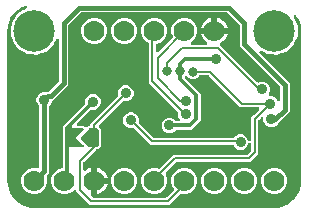
<source format=gbr>
G04 EAGLE Gerber RS-274X export*
G75*
%MOMM*%
%FSLAX34Y34*%
%LPD*%
%INBottom Copper*%
%IPPOS*%
%AMOC8*
5,1,8,0,0,1.08239X$1,22.5*%
G01*
%ADD10C,3.516000*%
%ADD11C,0.381000*%
%ADD12C,1.778000*%
%ADD13C,0.906400*%
%ADD14C,0.203200*%
%ADD15C,0.806400*%
%ADD16C,0.304800*%
%ADD17C,0.406400*%

G36*
X228622Y2543D02*
X228622Y2543D01*
X228700Y2545D01*
X232077Y2810D01*
X232145Y2824D01*
X232214Y2829D01*
X232370Y2869D01*
X238794Y4956D01*
X238901Y5006D01*
X239012Y5050D01*
X239063Y5083D01*
X239082Y5091D01*
X239097Y5104D01*
X239148Y5136D01*
X244612Y9107D01*
X244699Y9188D01*
X244746Y9227D01*
X244752Y9231D01*
X244753Y9232D01*
X244791Y9264D01*
X244829Y9310D01*
X244844Y9324D01*
X244855Y9342D01*
X244893Y9388D01*
X248864Y14852D01*
X248921Y14956D01*
X248985Y15056D01*
X249007Y15113D01*
X249017Y15131D01*
X249022Y15151D01*
X249044Y15206D01*
X251131Y21630D01*
X251144Y21698D01*
X251167Y21764D01*
X251190Y21923D01*
X251455Y25300D01*
X251455Y25304D01*
X251456Y25307D01*
X251455Y25326D01*
X251459Y25400D01*
X251459Y152400D01*
X251457Y152422D01*
X251455Y152500D01*
X251190Y155877D01*
X251176Y155945D01*
X251171Y156014D01*
X251131Y156170D01*
X249044Y162594D01*
X248993Y162701D01*
X248950Y162812D01*
X248917Y162863D01*
X248909Y162882D01*
X248896Y162897D01*
X248864Y162948D01*
X247171Y165278D01*
X247153Y165297D01*
X247139Y165320D01*
X247044Y165413D01*
X246953Y165509D01*
X246931Y165524D01*
X246912Y165542D01*
X246797Y165609D01*
X246685Y165680D01*
X246659Y165688D01*
X246636Y165701D01*
X246508Y165737D01*
X246382Y165778D01*
X246356Y165780D01*
X246330Y165787D01*
X246197Y165790D01*
X246065Y165798D01*
X246039Y165793D01*
X246012Y165794D01*
X245883Y165764D01*
X245753Y165739D01*
X245728Y165727D01*
X245703Y165721D01*
X245585Y165660D01*
X245465Y165604D01*
X245444Y165587D01*
X245421Y165574D01*
X245322Y165485D01*
X245220Y165401D01*
X245204Y165380D01*
X245184Y165362D01*
X245110Y165251D01*
X245032Y165144D01*
X245023Y165119D01*
X245008Y165097D01*
X244964Y164972D01*
X244915Y164848D01*
X244912Y164822D01*
X244903Y164797D01*
X244892Y164665D01*
X244875Y164533D01*
X244878Y164506D01*
X244876Y164480D01*
X244898Y164349D01*
X244914Y164217D01*
X244924Y164192D01*
X244929Y164166D01*
X244985Y164015D01*
X245100Y163756D01*
X245179Y163626D01*
X245450Y162971D01*
X245455Y162962D01*
X245463Y162941D01*
X248292Y156586D01*
X248292Y148214D01*
X245463Y141859D01*
X245460Y141849D01*
X245450Y141829D01*
X245194Y141211D01*
X245175Y141187D01*
X245170Y141179D01*
X245168Y141175D01*
X245163Y141164D01*
X245100Y141044D01*
X244887Y140566D01*
X241053Y137114D01*
X241041Y137100D01*
X241005Y137068D01*
X239710Y135773D01*
X239641Y135745D01*
X239524Y135678D01*
X239404Y135615D01*
X239377Y135594D01*
X239365Y135587D01*
X239350Y135572D01*
X239278Y135515D01*
X238666Y134965D01*
X234502Y133612D01*
X234483Y133603D01*
X234409Y133577D01*
X232501Y132787D01*
X232165Y132787D01*
X232047Y132772D01*
X231929Y132765D01*
X231870Y132750D01*
X231850Y132747D01*
X231831Y132740D01*
X231773Y132725D01*
X230704Y132378D01*
X226876Y132780D01*
X226858Y132780D01*
X226743Y132787D01*
X224699Y132787D01*
X224151Y133014D01*
X224052Y133041D01*
X223957Y133077D01*
X223865Y133092D01*
X223844Y133098D01*
X223831Y133098D01*
X223798Y133104D01*
X222379Y133253D01*
X219415Y134964D01*
X219413Y134965D01*
X219410Y134967D01*
X219266Y135038D01*
X217675Y135697D01*
X217608Y135715D01*
X217544Y135743D01*
X217455Y135757D01*
X217368Y135780D01*
X217299Y135782D01*
X217230Y135793D01*
X217140Y135784D01*
X217050Y135786D01*
X216983Y135769D01*
X216913Y135763D01*
X216829Y135732D01*
X216741Y135711D01*
X216680Y135679D01*
X216614Y135655D01*
X216539Y135605D01*
X216460Y135563D01*
X216409Y135516D01*
X216351Y135477D01*
X216291Y135409D01*
X216225Y135349D01*
X216186Y135290D01*
X216140Y135238D01*
X216099Y135158D01*
X216050Y135083D01*
X216027Y135017D01*
X215996Y134955D01*
X215976Y134867D01*
X215947Y134782D01*
X215941Y134713D01*
X215926Y134645D01*
X215929Y134555D01*
X215922Y134465D01*
X215933Y134396D01*
X215936Y134327D01*
X215961Y134240D01*
X215976Y134152D01*
X216005Y134088D01*
X216024Y134021D01*
X216070Y133944D01*
X216107Y133862D01*
X216150Y133807D01*
X216186Y133747D01*
X216292Y133626D01*
X238802Y111116D01*
X241555Y108364D01*
X241555Y84041D01*
X231842Y74329D01*
X231836Y74321D01*
X231829Y74315D01*
X231739Y74196D01*
X231647Y74077D01*
X231643Y74069D01*
X231638Y74061D01*
X231567Y73917D01*
X231498Y73751D01*
X229652Y71905D01*
X227239Y70905D01*
X224627Y70905D01*
X222214Y71905D01*
X220368Y73751D01*
X219368Y76164D01*
X219368Y78007D01*
X219351Y78145D01*
X219338Y78284D01*
X219331Y78303D01*
X219328Y78323D01*
X219277Y78452D01*
X219230Y78583D01*
X219219Y78600D01*
X219211Y78619D01*
X219130Y78731D01*
X219052Y78846D01*
X219036Y78860D01*
X219025Y78876D01*
X218917Y78965D01*
X218813Y79057D01*
X218795Y79066D01*
X218780Y79079D01*
X218654Y79138D01*
X218530Y79201D01*
X218510Y79206D01*
X218492Y79214D01*
X218355Y79240D01*
X218220Y79271D01*
X218199Y79270D01*
X218180Y79274D01*
X218041Y79266D01*
X217902Y79261D01*
X217882Y79256D01*
X217862Y79254D01*
X217730Y79212D01*
X217596Y79173D01*
X217579Y79163D01*
X217560Y79156D01*
X217442Y79082D01*
X217322Y79011D01*
X217301Y78993D01*
X217291Y78986D01*
X217277Y78971D01*
X217202Y78905D01*
X215510Y77214D01*
X215450Y77136D01*
X215382Y77064D01*
X215353Y77011D01*
X215316Y76963D01*
X215276Y76872D01*
X215228Y76785D01*
X215213Y76726D01*
X215189Y76671D01*
X215174Y76573D01*
X215149Y76477D01*
X215143Y76377D01*
X215139Y76357D01*
X215141Y76344D01*
X215139Y76316D01*
X215139Y48267D01*
X210430Y43559D01*
X208273Y41401D01*
X146569Y41401D01*
X146470Y41389D01*
X146371Y41386D01*
X146313Y41369D01*
X146253Y41361D01*
X146161Y41325D01*
X146066Y41297D01*
X146014Y41267D01*
X145957Y41244D01*
X145877Y41186D01*
X145792Y41136D01*
X145717Y41070D01*
X145700Y41058D01*
X145692Y41048D01*
X145671Y41030D01*
X136850Y32209D01*
X136832Y32186D01*
X136810Y32166D01*
X136735Y32060D01*
X136655Y31958D01*
X136644Y31931D01*
X136627Y31906D01*
X136581Y31785D01*
X136529Y31666D01*
X136525Y31637D01*
X136514Y31609D01*
X136500Y31480D01*
X136479Y31352D01*
X136482Y31322D01*
X136479Y31293D01*
X136497Y31164D01*
X136509Y31035D01*
X136519Y31007D01*
X136523Y30978D01*
X136575Y30826D01*
X137923Y27573D01*
X137923Y23227D01*
X136260Y19213D01*
X133187Y16140D01*
X129173Y14477D01*
X124827Y14477D01*
X120813Y16140D01*
X117740Y19213D01*
X116077Y23227D01*
X116077Y27573D01*
X117740Y31587D01*
X120813Y34660D01*
X124827Y36323D01*
X129173Y36323D01*
X130630Y35719D01*
X130658Y35711D01*
X130684Y35698D01*
X130811Y35670D01*
X130936Y35635D01*
X130966Y35635D01*
X130995Y35628D01*
X131124Y35632D01*
X131254Y35630D01*
X131283Y35637D01*
X131313Y35638D01*
X131437Y35674D01*
X131564Y35704D01*
X131590Y35718D01*
X131618Y35726D01*
X131730Y35792D01*
X131845Y35853D01*
X131867Y35873D01*
X131892Y35888D01*
X132013Y35994D01*
X141360Y45341D01*
X143517Y47499D01*
X205221Y47499D01*
X205320Y47511D01*
X205419Y47514D01*
X205477Y47531D01*
X205537Y47539D01*
X205629Y47575D01*
X205724Y47603D01*
X205776Y47633D01*
X205833Y47656D01*
X205913Y47714D01*
X205998Y47764D01*
X206073Y47830D01*
X206090Y47842D01*
X206098Y47852D01*
X206119Y47870D01*
X208670Y50421D01*
X208730Y50499D01*
X208798Y50571D01*
X208827Y50624D01*
X208864Y50672D01*
X208904Y50763D01*
X208952Y50850D01*
X208967Y50909D01*
X208991Y50964D01*
X209006Y51062D01*
X209031Y51158D01*
X209037Y51258D01*
X209041Y51278D01*
X209039Y51291D01*
X209041Y51319D01*
X209041Y56525D01*
X209033Y56594D01*
X209034Y56664D01*
X209013Y56751D01*
X209001Y56840D01*
X208976Y56905D01*
X208959Y56973D01*
X208917Y57053D01*
X208884Y57136D01*
X208843Y57192D01*
X208811Y57254D01*
X208750Y57321D01*
X208698Y57393D01*
X208644Y57438D01*
X208597Y57490D01*
X208522Y57539D01*
X208453Y57596D01*
X208389Y57626D01*
X208331Y57664D01*
X208246Y57693D01*
X208165Y57732D01*
X208096Y57745D01*
X208030Y57767D01*
X207941Y57775D01*
X207853Y57791D01*
X207783Y57787D01*
X207713Y57793D01*
X207625Y57777D01*
X207535Y57772D01*
X207469Y57750D01*
X207400Y57738D01*
X207318Y57701D01*
X207233Y57674D01*
X207174Y57636D01*
X207110Y57608D01*
X207040Y57552D01*
X206964Y57504D01*
X206916Y57453D01*
X206862Y57409D01*
X206807Y57337D01*
X206746Y57272D01*
X206712Y57211D01*
X206670Y57155D01*
X206599Y57011D01*
X205590Y54574D01*
X203744Y52728D01*
X201331Y51728D01*
X198719Y51728D01*
X196306Y52728D01*
X194460Y54574D01*
X194244Y55096D01*
X194235Y55110D01*
X194232Y55119D01*
X194227Y55128D01*
X194220Y55149D01*
X194151Y55259D01*
X194086Y55372D01*
X194066Y55393D01*
X194050Y55418D01*
X193955Y55507D01*
X193865Y55600D01*
X193840Y55616D01*
X193818Y55636D01*
X193704Y55699D01*
X193594Y55767D01*
X193566Y55775D01*
X193540Y55790D01*
X193414Y55822D01*
X193290Y55860D01*
X193260Y55862D01*
X193232Y55869D01*
X193071Y55879D01*
X123851Y55879D01*
X121694Y58037D01*
X109763Y69967D01*
X109740Y69985D01*
X109721Y70008D01*
X109615Y70082D01*
X109512Y70162D01*
X109485Y70174D01*
X109461Y70191D01*
X109340Y70237D01*
X109220Y70288D01*
X109191Y70293D01*
X109163Y70303D01*
X109035Y70318D01*
X108906Y70338D01*
X108877Y70335D01*
X108847Y70339D01*
X108719Y70321D01*
X108590Y70308D01*
X108562Y70298D01*
X108532Y70294D01*
X108518Y70289D01*
X105882Y70289D01*
X103469Y71289D01*
X101623Y73135D01*
X100623Y75548D01*
X100623Y78160D01*
X101623Y80573D01*
X103469Y82419D01*
X105882Y83419D01*
X108494Y83419D01*
X110907Y82419D01*
X112753Y80573D01*
X113753Y78160D01*
X113753Y75492D01*
X113750Y75481D01*
X113716Y75355D01*
X113715Y75326D01*
X113709Y75297D01*
X113713Y75167D01*
X113711Y75037D01*
X113718Y75009D01*
X113719Y74979D01*
X113755Y74854D01*
X113785Y74728D01*
X113799Y74702D01*
X113807Y74673D01*
X113873Y74562D01*
X113934Y74447D01*
X113954Y74425D01*
X113969Y74399D01*
X114075Y74279D01*
X126005Y62348D01*
X126083Y62288D01*
X126155Y62220D01*
X126208Y62191D01*
X126256Y62154D01*
X126347Y62114D01*
X126434Y62066D01*
X126493Y62051D01*
X126548Y62027D01*
X126646Y62012D01*
X126742Y61987D01*
X126842Y61981D01*
X126862Y61977D01*
X126875Y61979D01*
X126903Y61977D01*
X193899Y61977D01*
X193997Y61989D01*
X194096Y61992D01*
X194154Y62009D01*
X194215Y62017D01*
X194307Y62053D01*
X194402Y62081D01*
X194454Y62111D01*
X194510Y62134D01*
X194590Y62192D01*
X194676Y62242D01*
X194751Y62308D01*
X194768Y62320D01*
X194775Y62330D01*
X194797Y62348D01*
X196306Y63858D01*
X198719Y64858D01*
X201331Y64858D01*
X203744Y63858D01*
X205590Y62012D01*
X206599Y59575D01*
X206634Y59515D01*
X206660Y59450D01*
X206712Y59377D01*
X206757Y59299D01*
X206805Y59249D01*
X206846Y59193D01*
X206916Y59135D01*
X206978Y59071D01*
X207038Y59034D01*
X207091Y58990D01*
X207173Y58952D01*
X207249Y58905D01*
X207316Y58884D01*
X207379Y58854D01*
X207467Y58837D01*
X207553Y58811D01*
X207623Y58808D01*
X207692Y58795D01*
X207781Y58800D01*
X207871Y58796D01*
X207939Y58810D01*
X208009Y58814D01*
X208094Y58842D01*
X208182Y58860D01*
X208245Y58891D01*
X208311Y58912D01*
X208387Y58960D01*
X208468Y59000D01*
X208521Y59045D01*
X208580Y59082D01*
X208642Y59148D01*
X208710Y59206D01*
X208750Y59263D01*
X208798Y59314D01*
X208841Y59393D01*
X208893Y59466D01*
X208918Y59532D01*
X208952Y59593D01*
X208974Y59679D01*
X209006Y59764D01*
X209014Y59833D01*
X209031Y59901D01*
X209041Y60061D01*
X209041Y79368D01*
X211199Y81525D01*
X215390Y85717D01*
X215475Y85826D01*
X215564Y85933D01*
X215572Y85952D01*
X215585Y85968D01*
X215640Y86096D01*
X215699Y86221D01*
X215703Y86241D01*
X215711Y86260D01*
X215733Y86398D01*
X215759Y86534D01*
X215758Y86554D01*
X215761Y86574D01*
X215748Y86713D01*
X215739Y86851D01*
X215733Y86870D01*
X215731Y86890D01*
X215684Y87022D01*
X215641Y87153D01*
X215631Y87171D01*
X215624Y87190D01*
X215546Y87305D01*
X215471Y87422D01*
X215456Y87436D01*
X215445Y87453D01*
X215341Y87545D01*
X215240Y87640D01*
X215222Y87650D01*
X215207Y87663D01*
X215083Y87727D01*
X214961Y87794D01*
X214942Y87799D01*
X214923Y87808D01*
X214788Y87838D01*
X214653Y87873D01*
X214625Y87875D01*
X214613Y87878D01*
X214593Y87877D01*
X214492Y87883D01*
X199905Y87883D01*
X173190Y114598D01*
X173112Y114659D01*
X173040Y114727D01*
X172987Y114756D01*
X172939Y114793D01*
X172848Y114832D01*
X172761Y114880D01*
X172703Y114895D01*
X172647Y114919D01*
X172549Y114935D01*
X172453Y114960D01*
X172353Y114966D01*
X172333Y114969D01*
X172321Y114968D01*
X172293Y114970D01*
X165774Y114970D01*
X165676Y114957D01*
X165577Y114954D01*
X165518Y114938D01*
X165458Y114930D01*
X165366Y114894D01*
X165271Y114866D01*
X165219Y114835D01*
X165163Y114813D01*
X165083Y114755D01*
X164997Y114705D01*
X164922Y114638D01*
X164905Y114626D01*
X164898Y114617D01*
X164876Y114598D01*
X163155Y112877D01*
X160926Y111954D01*
X158514Y111954D01*
X156285Y112877D01*
X155053Y114109D01*
X154959Y114182D01*
X154870Y114261D01*
X154833Y114279D01*
X154801Y114304D01*
X154692Y114351D01*
X154586Y114406D01*
X154547Y114414D01*
X154509Y114431D01*
X154392Y114449D01*
X154276Y114475D01*
X154235Y114474D01*
X154195Y114480D01*
X154077Y114469D01*
X153958Y114466D01*
X153919Y114454D01*
X153879Y114451D01*
X153767Y114410D01*
X153653Y114377D01*
X153618Y114357D01*
X153579Y114343D01*
X153481Y114276D01*
X153379Y114216D01*
X153333Y114176D01*
X153316Y114164D01*
X153303Y114149D01*
X153258Y114110D01*
X153208Y114059D01*
X153134Y113965D01*
X153056Y113876D01*
X153037Y113840D01*
X153013Y113808D01*
X152965Y113699D01*
X152911Y113593D01*
X152902Y113553D01*
X152886Y113516D01*
X152867Y113399D01*
X152841Y113282D01*
X152842Y113242D01*
X152836Y113202D01*
X152847Y113084D01*
X152851Y112964D01*
X152862Y112926D01*
X152866Y112886D01*
X152906Y112773D01*
X152939Y112659D01*
X152960Y112624D01*
X152973Y112586D01*
X153040Y112488D01*
X153101Y112385D01*
X153140Y112340D01*
X153152Y112323D01*
X153167Y112310D01*
X153207Y112264D01*
X166117Y99355D01*
X166117Y76632D01*
X158318Y68833D01*
X145953Y68833D01*
X145855Y68821D01*
X145756Y68818D01*
X145698Y68801D01*
X145637Y68793D01*
X145545Y68757D01*
X145450Y68729D01*
X145398Y68699D01*
X145342Y68676D01*
X145262Y68618D01*
X145176Y68568D01*
X145101Y68502D01*
X145084Y68490D01*
X145077Y68480D01*
X145055Y68462D01*
X143419Y66825D01*
X141006Y65825D01*
X138394Y65825D01*
X135981Y66825D01*
X134135Y68671D01*
X133135Y71084D01*
X133135Y73696D01*
X134135Y76109D01*
X135981Y77955D01*
X138394Y78955D01*
X141006Y78955D01*
X143419Y77955D01*
X145055Y76318D01*
X145134Y76258D01*
X145206Y76190D01*
X145259Y76161D01*
X145307Y76124D01*
X145398Y76084D01*
X145484Y76036D01*
X145543Y76021D01*
X145599Y75997D01*
X145697Y75982D01*
X145792Y75957D01*
X145892Y75951D01*
X145913Y75947D01*
X145925Y75949D01*
X145953Y75947D01*
X147244Y75947D01*
X147382Y75964D01*
X147521Y75977D01*
X147540Y75984D01*
X147560Y75987D01*
X147689Y76038D01*
X147820Y76085D01*
X147837Y76096D01*
X147855Y76104D01*
X147968Y76185D01*
X148083Y76263D01*
X148096Y76279D01*
X148113Y76290D01*
X148202Y76398D01*
X148293Y76502D01*
X148303Y76520D01*
X148315Y76535D01*
X148375Y76661D01*
X148438Y76785D01*
X148442Y76805D01*
X148451Y76823D01*
X148477Y76959D01*
X148508Y77095D01*
X148507Y77116D01*
X148511Y77135D01*
X148502Y77274D01*
X148498Y77413D01*
X148492Y77433D01*
X148491Y77453D01*
X148448Y77585D01*
X148409Y77719D01*
X148399Y77736D01*
X148393Y77755D01*
X148319Y77873D01*
X148248Y77993D01*
X148229Y78014D01*
X148223Y78024D01*
X148208Y78038D01*
X148190Y78058D01*
X147186Y80482D01*
X147186Y82728D01*
X147174Y82826D01*
X147171Y82925D01*
X147154Y82984D01*
X147146Y83044D01*
X147110Y83136D01*
X147082Y83231D01*
X147052Y83283D01*
X147029Y83339D01*
X146971Y83419D01*
X146921Y83505D01*
X146855Y83580D01*
X146843Y83597D01*
X146833Y83605D01*
X146815Y83626D01*
X122046Y108394D01*
X122046Y141781D01*
X122043Y141810D01*
X122045Y141840D01*
X122023Y141968D01*
X122006Y142097D01*
X121996Y142124D01*
X121991Y142153D01*
X121937Y142272D01*
X121889Y142392D01*
X121872Y142416D01*
X121860Y142443D01*
X121779Y142544D01*
X121703Y142650D01*
X121680Y142669D01*
X121661Y142692D01*
X121558Y142770D01*
X121458Y142853D01*
X121431Y142865D01*
X121407Y142883D01*
X121263Y142954D01*
X120813Y143140D01*
X117740Y146213D01*
X116077Y150227D01*
X116077Y154573D01*
X117740Y158587D01*
X120813Y161660D01*
X124827Y163323D01*
X129173Y163323D01*
X133187Y161660D01*
X136260Y158587D01*
X137923Y154573D01*
X137923Y150227D01*
X136260Y146213D01*
X133187Y143140D01*
X128939Y141381D01*
X128930Y141375D01*
X128874Y141357D01*
X128839Y141335D01*
X128802Y141320D01*
X128706Y141251D01*
X128605Y141187D01*
X128577Y141157D01*
X128544Y141134D01*
X128468Y141042D01*
X128387Y140955D01*
X128367Y140920D01*
X128342Y140889D01*
X128291Y140781D01*
X128233Y140677D01*
X128223Y140637D01*
X128206Y140601D01*
X128184Y140484D01*
X128154Y140369D01*
X128150Y140309D01*
X128146Y140289D01*
X128148Y140268D01*
X128144Y140208D01*
X128144Y135520D01*
X128161Y135382D01*
X128174Y135243D01*
X128181Y135224D01*
X128184Y135204D01*
X128235Y135075D01*
X128282Y134944D01*
X128293Y134927D01*
X128301Y134908D01*
X128382Y134796D01*
X128460Y134681D01*
X128476Y134667D01*
X128487Y134651D01*
X128595Y134562D01*
X128699Y134470D01*
X128717Y134461D01*
X128732Y134448D01*
X128858Y134389D01*
X128982Y134326D01*
X129002Y134321D01*
X129020Y134313D01*
X129156Y134287D01*
X129292Y134256D01*
X129313Y134257D01*
X129332Y134253D01*
X129471Y134261D01*
X129610Y134266D01*
X129630Y134271D01*
X129650Y134273D01*
X129782Y134315D01*
X129916Y134354D01*
X129933Y134364D01*
X129952Y134371D01*
X130070Y134445D01*
X130190Y134516D01*
X130211Y134534D01*
X130221Y134541D01*
X130235Y134556D01*
X130310Y134622D01*
X142178Y146489D01*
X142196Y146513D01*
X142218Y146532D01*
X142293Y146638D01*
X142373Y146740D01*
X142384Y146768D01*
X142401Y146792D01*
X142447Y146913D01*
X142499Y147032D01*
X142504Y147061D01*
X142514Y147089D01*
X142528Y147218D01*
X142549Y147346D01*
X142546Y147376D01*
X142549Y147405D01*
X142531Y147534D01*
X142519Y147663D01*
X142509Y147691D01*
X142505Y147720D01*
X142453Y147872D01*
X141477Y150227D01*
X141477Y154573D01*
X143140Y158587D01*
X146213Y161660D01*
X150227Y163323D01*
X154573Y163323D01*
X158587Y161660D01*
X161660Y158587D01*
X163323Y154573D01*
X163323Y150227D01*
X161660Y146213D01*
X158587Y143140D01*
X158411Y143067D01*
X158351Y143033D01*
X158286Y143007D01*
X158213Y142954D01*
X158135Y142910D01*
X158085Y142861D01*
X158028Y142820D01*
X157971Y142751D01*
X157907Y142688D01*
X157870Y142629D01*
X157825Y142575D01*
X157787Y142494D01*
X157740Y142417D01*
X157720Y142351D01*
X157690Y142287D01*
X157673Y142199D01*
X157647Y142113D01*
X157643Y142044D01*
X157630Y141975D01*
X157636Y141886D01*
X157631Y141796D01*
X157646Y141727D01*
X157650Y141658D01*
X157678Y141572D01*
X157696Y141484D01*
X157726Y141422D01*
X157748Y141355D01*
X157796Y141279D01*
X157835Y141199D01*
X157881Y141146D01*
X157918Y141086D01*
X157984Y141025D01*
X158042Y140957D01*
X158099Y140916D01*
X158150Y140869D01*
X158228Y140825D01*
X158302Y140773D01*
X158367Y140749D01*
X158428Y140715D01*
X158515Y140693D01*
X158599Y140661D01*
X158669Y140653D01*
X158736Y140636D01*
X158897Y140625D01*
X170653Y140625D01*
X170732Y140635D01*
X170812Y140635D01*
X170889Y140655D01*
X170968Y140665D01*
X171043Y140695D01*
X171120Y140714D01*
X171190Y140753D01*
X171264Y140782D01*
X171329Y140829D01*
X171398Y140867D01*
X171457Y140922D01*
X171521Y140969D01*
X171572Y141030D01*
X171630Y141085D01*
X171673Y141152D01*
X171724Y141214D01*
X171758Y141286D01*
X171801Y141353D01*
X171826Y141430D01*
X171860Y141502D01*
X171875Y141580D01*
X171899Y141656D01*
X171905Y141736D01*
X171920Y141814D01*
X171915Y141894D01*
X171920Y141973D01*
X171905Y142052D01*
X171900Y142132D01*
X171875Y142207D01*
X171860Y142286D01*
X171827Y142358D01*
X171802Y142434D01*
X171759Y142501D01*
X171725Y142573D01*
X171675Y142635D01*
X171632Y142703D01*
X171574Y142757D01*
X171523Y142819D01*
X171401Y142920D01*
X171400Y142921D01*
X171399Y142921D01*
X170353Y143681D01*
X169081Y144953D01*
X168023Y146409D01*
X167207Y148012D01*
X166651Y149723D01*
X166623Y149901D01*
X176570Y149901D01*
X176688Y149916D01*
X176807Y149923D01*
X176845Y149935D01*
X176885Y149941D01*
X176996Y149984D01*
X177109Y150021D01*
X177143Y150043D01*
X177181Y150058D01*
X177277Y150127D01*
X177378Y150191D01*
X177406Y150221D01*
X177438Y150244D01*
X177514Y150336D01*
X177596Y150423D01*
X177615Y150458D01*
X177641Y150489D01*
X177692Y150597D01*
X177749Y150701D01*
X177759Y150741D01*
X177777Y150777D01*
X177797Y150884D01*
X177801Y150854D01*
X177845Y150744D01*
X177881Y150631D01*
X177903Y150596D01*
X177918Y150559D01*
X177988Y150462D01*
X178051Y150362D01*
X178081Y150334D01*
X178105Y150301D01*
X178196Y150225D01*
X178283Y150144D01*
X178318Y150124D01*
X178350Y150099D01*
X178457Y150048D01*
X178562Y149990D01*
X178601Y149980D01*
X178637Y149963D01*
X178754Y149941D01*
X178870Y149911D01*
X178930Y149907D01*
X178950Y149903D01*
X178970Y149905D01*
X179030Y149901D01*
X188977Y149901D01*
X188949Y149723D01*
X188393Y148012D01*
X187577Y146409D01*
X186519Y144953D01*
X185247Y143681D01*
X183791Y142624D01*
X183140Y142292D01*
X183002Y142198D01*
X182877Y142113D01*
X182776Y141999D01*
X182667Y141875D01*
X182666Y141875D01*
X182666Y141874D01*
X182603Y141751D01*
X182522Y141592D01*
X182522Y141591D01*
X182485Y141426D01*
X182452Y141281D01*
X182457Y141126D01*
X182462Y140964D01*
X182462Y140963D01*
X182507Y140808D01*
X182550Y140658D01*
X182551Y140658D01*
X182551Y140657D01*
X182630Y140524D01*
X182712Y140384D01*
X182713Y140383D01*
X182818Y140263D01*
X214069Y109013D01*
X214092Y108995D01*
X214111Y108972D01*
X214217Y108898D01*
X214320Y108818D01*
X214347Y108806D01*
X214371Y108789D01*
X214492Y108743D01*
X214612Y108692D01*
X214641Y108687D01*
X214668Y108677D01*
X214797Y108662D01*
X214926Y108642D01*
X214955Y108645D01*
X214985Y108641D01*
X215113Y108659D01*
X215242Y108672D01*
X215270Y108682D01*
X215299Y108686D01*
X215452Y108738D01*
X217134Y109435D01*
X219746Y109435D01*
X222159Y108435D01*
X224005Y106589D01*
X225005Y104176D01*
X225005Y101564D01*
X224047Y99252D01*
X224034Y99204D01*
X224013Y99159D01*
X223992Y99051D01*
X223963Y98945D01*
X223962Y98895D01*
X223953Y98846D01*
X223960Y98737D01*
X223958Y98627D01*
X223969Y98579D01*
X223973Y98529D01*
X224006Y98425D01*
X224032Y98318D01*
X224055Y98274D01*
X224071Y98227D01*
X224129Y98134D01*
X224181Y98037D01*
X224214Y98000D01*
X224241Y97958D01*
X224321Y97883D01*
X224395Y97801D01*
X224436Y97774D01*
X224472Y97740D01*
X224569Y97687D01*
X224660Y97627D01*
X224707Y97610D01*
X224751Y97586D01*
X224857Y97559D01*
X224961Y97523D01*
X225011Y97519D01*
X225059Y97507D01*
X225219Y97497D01*
X226223Y97497D01*
X228636Y96497D01*
X230482Y94651D01*
X230983Y93441D01*
X230998Y93415D01*
X231007Y93387D01*
X231029Y93353D01*
X231044Y93315D01*
X231096Y93243D01*
X231141Y93165D01*
X231162Y93143D01*
X231177Y93119D01*
X231207Y93091D01*
X231230Y93058D01*
X231300Y93001D01*
X231362Y92936D01*
X231388Y92921D01*
X231409Y92901D01*
X231444Y92881D01*
X231475Y92855D01*
X231557Y92817D01*
X231633Y92770D01*
X231662Y92761D01*
X231687Y92747D01*
X231726Y92737D01*
X231763Y92720D01*
X231851Y92703D01*
X231937Y92676D01*
X231967Y92675D01*
X231995Y92668D01*
X232054Y92664D01*
X232076Y92660D01*
X232097Y92661D01*
X232156Y92657D01*
X232204Y92664D01*
X232255Y92661D01*
X232323Y92675D01*
X232393Y92680D01*
X232432Y92692D01*
X232472Y92697D01*
X232517Y92715D01*
X232566Y92725D01*
X232629Y92756D01*
X232695Y92778D01*
X232730Y92800D01*
X232767Y92814D01*
X232807Y92843D01*
X232852Y92865D01*
X232905Y92910D01*
X232964Y92948D01*
X232992Y92978D01*
X233025Y93001D01*
X233056Y93039D01*
X233094Y93072D01*
X233134Y93129D01*
X233182Y93179D01*
X233202Y93215D01*
X233227Y93246D01*
X233248Y93291D01*
X233277Y93332D01*
X233302Y93397D01*
X233336Y93458D01*
X233346Y93498D01*
X233363Y93534D01*
X233372Y93582D01*
X233390Y93629D01*
X233398Y93698D01*
X233415Y93766D01*
X233419Y93826D01*
X233423Y93846D01*
X233421Y93866D01*
X233425Y93927D01*
X233425Y104471D01*
X233413Y104569D01*
X233410Y104668D01*
X233393Y104726D01*
X233385Y104786D01*
X233349Y104878D01*
X233321Y104973D01*
X233291Y105025D01*
X233268Y105082D01*
X233210Y105162D01*
X233160Y105247D01*
X233094Y105323D01*
X233082Y105339D01*
X233072Y105347D01*
X233054Y105368D01*
X199135Y139286D01*
X199135Y157176D01*
X199123Y157274D01*
X199120Y157373D01*
X199103Y157431D01*
X199095Y157491D01*
X199059Y157583D01*
X199031Y157678D01*
X199001Y157730D01*
X198978Y157787D01*
X198920Y157867D01*
X198870Y157952D01*
X198804Y158028D01*
X198792Y158044D01*
X198782Y158052D01*
X198764Y158073D01*
X189188Y167649D01*
X189110Y167709D01*
X189038Y167777D01*
X188985Y167806D01*
X188937Y167843D01*
X188846Y167883D01*
X188759Y167931D01*
X188701Y167946D01*
X188645Y167970D01*
X188547Y167985D01*
X188451Y168010D01*
X188351Y168016D01*
X188331Y168020D01*
X188319Y168018D01*
X188291Y168020D01*
X65074Y168020D01*
X64976Y168008D01*
X64877Y168005D01*
X64819Y167988D01*
X64759Y167980D01*
X64667Y167944D01*
X64572Y167916D01*
X64520Y167886D01*
X64463Y167863D01*
X64383Y167805D01*
X64298Y167755D01*
X64222Y167689D01*
X64206Y167677D01*
X64198Y167667D01*
X64177Y167649D01*
X54601Y158073D01*
X54541Y157995D01*
X54473Y157923D01*
X54444Y157870D01*
X54407Y157822D01*
X54367Y157731D01*
X54319Y157644D01*
X54304Y157586D01*
X54280Y157530D01*
X54265Y157432D01*
X54240Y157336D01*
X54234Y157236D01*
X54230Y157216D01*
X54232Y157204D01*
X54230Y157176D01*
X54230Y106298D01*
X40671Y92739D01*
X40644Y92727D01*
X40524Y92679D01*
X40500Y92662D01*
X40473Y92650D01*
X40372Y92569D01*
X40266Y92493D01*
X40248Y92470D01*
X40224Y92451D01*
X40146Y92348D01*
X40064Y92248D01*
X40051Y92221D01*
X40033Y92197D01*
X39962Y92053D01*
X39220Y90261D01*
X38091Y89133D01*
X38031Y89054D01*
X37963Y88982D01*
X37934Y88929D01*
X37897Y88881D01*
X37857Y88790D01*
X37809Y88704D01*
X37794Y88645D01*
X37770Y88589D01*
X37755Y88491D01*
X37730Y88396D01*
X37724Y88296D01*
X37720Y88275D01*
X37722Y88263D01*
X37720Y88235D01*
X37720Y31971D01*
X36043Y30295D01*
X36025Y30271D01*
X36003Y30252D01*
X35928Y30146D01*
X35848Y30044D01*
X35837Y30016D01*
X35820Y29992D01*
X35774Y29871D01*
X35722Y29752D01*
X35717Y29723D01*
X35707Y29695D01*
X35692Y29566D01*
X35672Y29438D01*
X35675Y29408D01*
X35672Y29379D01*
X35690Y29250D01*
X35702Y29121D01*
X35712Y29093D01*
X35716Y29064D01*
X35768Y28912D01*
X36323Y27573D01*
X36323Y23227D01*
X34660Y19213D01*
X31587Y16140D01*
X27573Y14477D01*
X23227Y14477D01*
X19213Y16140D01*
X16140Y19213D01*
X14477Y23227D01*
X14477Y27573D01*
X16140Y31587D01*
X19213Y34660D01*
X23227Y36323D01*
X27573Y36323D01*
X27835Y36214D01*
X27883Y36201D01*
X27928Y36180D01*
X28036Y36159D01*
X28142Y36130D01*
X28192Y36129D01*
X28241Y36120D01*
X28350Y36127D01*
X28460Y36125D01*
X28508Y36137D01*
X28558Y36140D01*
X28662Y36173D01*
X28769Y36199D01*
X28813Y36222D01*
X28860Y36238D01*
X28953Y36296D01*
X29050Y36348D01*
X29087Y36381D01*
X29129Y36408D01*
X29204Y36488D01*
X29286Y36562D01*
X29313Y36603D01*
X29347Y36639D01*
X29400Y36736D01*
X29460Y36827D01*
X29477Y36874D01*
X29501Y36918D01*
X29528Y37024D01*
X29564Y37128D01*
X29568Y37178D01*
X29580Y37226D01*
X29590Y37387D01*
X29590Y88235D01*
X29578Y88333D01*
X29575Y88432D01*
X29558Y88491D01*
X29550Y88551D01*
X29514Y88643D01*
X29486Y88738D01*
X29456Y88790D01*
X29433Y88846D01*
X29375Y88926D01*
X29325Y89012D01*
X29259Y89087D01*
X29247Y89104D01*
X29237Y89111D01*
X29219Y89133D01*
X28090Y90261D01*
X27090Y92674D01*
X27090Y95286D01*
X28090Y97699D01*
X29936Y99545D01*
X32349Y100545D01*
X33946Y100545D01*
X34044Y100557D01*
X34143Y100560D01*
X34201Y100577D01*
X34261Y100585D01*
X34353Y100621D01*
X34448Y100649D01*
X34500Y100679D01*
X34557Y100702D01*
X34637Y100760D01*
X34722Y100810D01*
X34798Y100876D01*
X34814Y100888D01*
X34822Y100898D01*
X34843Y100916D01*
X34892Y100966D01*
X36875Y100966D01*
X36973Y100978D01*
X37072Y100981D01*
X37131Y100998D01*
X37191Y101006D01*
X37283Y101042D01*
X37378Y101070D01*
X37430Y101100D01*
X37486Y101123D01*
X37566Y101181D01*
X37652Y101231D01*
X37727Y101297D01*
X37744Y101309D01*
X37751Y101319D01*
X37773Y101337D01*
X45729Y109293D01*
X45789Y109372D01*
X45857Y109444D01*
X45886Y109497D01*
X45923Y109545D01*
X45963Y109636D01*
X46011Y109722D01*
X46026Y109781D01*
X46050Y109836D01*
X46065Y109934D01*
X46090Y110030D01*
X46096Y110130D01*
X46100Y110151D01*
X46098Y110163D01*
X46100Y110191D01*
X46100Y144507D01*
X46094Y144559D01*
X46096Y144612D01*
X46074Y144716D01*
X46060Y144822D01*
X46041Y144872D01*
X46030Y144924D01*
X45983Y145019D01*
X45943Y145118D01*
X45912Y145161D01*
X45888Y145208D01*
X45819Y145289D01*
X45757Y145375D01*
X45715Y145409D01*
X45681Y145449D01*
X45594Y145510D01*
X45512Y145578D01*
X45463Y145601D01*
X45420Y145631D01*
X45320Y145668D01*
X45224Y145713D01*
X45172Y145723D01*
X45122Y145742D01*
X45016Y145753D01*
X44912Y145773D01*
X44858Y145770D01*
X44806Y145776D01*
X44700Y145760D01*
X44594Y145753D01*
X44544Y145737D01*
X44491Y145729D01*
X44393Y145688D01*
X44292Y145655D01*
X44247Y145627D01*
X44198Y145606D01*
X44113Y145542D01*
X44023Y145485D01*
X43986Y145447D01*
X43944Y145414D01*
X43878Y145331D01*
X43805Y145254D01*
X43779Y145207D01*
X43746Y145165D01*
X43671Y145023D01*
X42263Y141859D01*
X42260Y141849D01*
X42250Y141828D01*
X41994Y141211D01*
X41975Y141187D01*
X41970Y141179D01*
X41968Y141175D01*
X41963Y141165D01*
X41900Y141044D01*
X41687Y140566D01*
X37853Y137114D01*
X37841Y137100D01*
X37804Y137068D01*
X36510Y135773D01*
X36441Y135745D01*
X36324Y135678D01*
X36204Y135615D01*
X36177Y135594D01*
X36165Y135587D01*
X36149Y135572D01*
X36078Y135515D01*
X35466Y134965D01*
X31302Y133612D01*
X31283Y133603D01*
X31209Y133577D01*
X29301Y132787D01*
X28965Y132787D01*
X28848Y132772D01*
X28729Y132765D01*
X28670Y132750D01*
X28650Y132747D01*
X28631Y132740D01*
X28573Y132725D01*
X27504Y132378D01*
X23676Y132780D01*
X23658Y132780D01*
X23543Y132787D01*
X21499Y132787D01*
X20951Y133014D01*
X20853Y133041D01*
X20757Y133077D01*
X20665Y133092D01*
X20644Y133098D01*
X20631Y133098D01*
X20598Y133104D01*
X19179Y133253D01*
X16215Y134964D01*
X16212Y134965D01*
X16210Y134967D01*
X16066Y135038D01*
X14290Y135773D01*
X13693Y136370D01*
X13626Y136422D01*
X13565Y136483D01*
X13451Y136558D01*
X13442Y136565D01*
X13438Y136567D01*
X13431Y136572D01*
X11929Y137439D01*
X10139Y139903D01*
X10126Y139917D01*
X10116Y139933D01*
X10009Y140054D01*
X8773Y141290D01*
X8357Y142296D01*
X8322Y142356D01*
X8297Y142420D01*
X8211Y142556D01*
X7008Y144211D01*
X6447Y146850D01*
X6436Y146883D01*
X6431Y146919D01*
X6379Y147071D01*
X5787Y148499D01*
X5787Y149822D01*
X5781Y149874D01*
X5783Y149926D01*
X5760Y150086D01*
X5268Y152400D01*
X5760Y154714D01*
X5764Y154767D01*
X5777Y154818D01*
X5787Y154978D01*
X5787Y156301D01*
X6379Y157729D01*
X6388Y157763D01*
X6404Y157795D01*
X6447Y157950D01*
X7008Y160589D01*
X8211Y162244D01*
X8244Y162305D01*
X8286Y162360D01*
X8357Y162504D01*
X8773Y163510D01*
X10009Y164746D01*
X10021Y164761D01*
X10036Y164773D01*
X10139Y164897D01*
X11929Y167361D01*
X13431Y168228D01*
X13499Y168280D01*
X13573Y168324D01*
X13675Y168414D01*
X13684Y168421D01*
X13687Y168424D01*
X13693Y168430D01*
X14290Y169027D01*
X16066Y169762D01*
X16068Y169764D01*
X16070Y169764D01*
X16215Y169836D01*
X18972Y171428D01*
X18993Y171444D01*
X19017Y171455D01*
X19119Y171540D01*
X19225Y171620D01*
X19242Y171641D01*
X19262Y171658D01*
X19340Y171765D01*
X19423Y171869D01*
X19434Y171893D01*
X19449Y171915D01*
X19498Y172038D01*
X19552Y172160D01*
X19557Y172186D01*
X19566Y172211D01*
X19583Y172342D01*
X19605Y172473D01*
X19603Y172500D01*
X19606Y172526D01*
X19590Y172657D01*
X19579Y172790D01*
X19570Y172815D01*
X19567Y172842D01*
X19518Y172965D01*
X19474Y173090D01*
X19460Y173113D01*
X19450Y173137D01*
X19372Y173245D01*
X19299Y173355D01*
X19279Y173373D01*
X19263Y173395D01*
X19161Y173480D01*
X19062Y173568D01*
X19039Y173581D01*
X19018Y173598D01*
X18898Y173655D01*
X18781Y173716D01*
X18755Y173722D01*
X18731Y173733D01*
X18600Y173758D01*
X18471Y173789D01*
X18445Y173788D01*
X18418Y173793D01*
X18286Y173785D01*
X18153Y173783D01*
X18127Y173775D01*
X18101Y173774D01*
X17945Y173734D01*
X15206Y172844D01*
X15099Y172794D01*
X14988Y172750D01*
X14937Y172717D01*
X14918Y172709D01*
X14903Y172696D01*
X14852Y172664D01*
X9388Y168693D01*
X9301Y168612D01*
X9209Y168536D01*
X9171Y168490D01*
X9156Y168476D01*
X9145Y168458D01*
X9107Y168412D01*
X5136Y162948D01*
X5079Y162844D01*
X5015Y162744D01*
X4993Y162687D01*
X4983Y162669D01*
X4978Y162649D01*
X4956Y162594D01*
X2869Y156170D01*
X2856Y156102D01*
X2833Y156036D01*
X2810Y155877D01*
X2545Y152500D01*
X2546Y152478D01*
X2541Y152400D01*
X2541Y25400D01*
X2543Y25378D01*
X2545Y25300D01*
X2810Y21923D01*
X2824Y21855D01*
X2829Y21786D01*
X2869Y21630D01*
X4956Y15206D01*
X5006Y15099D01*
X5050Y14988D01*
X5083Y14937D01*
X5091Y14918D01*
X5104Y14903D01*
X5136Y14852D01*
X9107Y9388D01*
X9127Y9366D01*
X9138Y9348D01*
X9184Y9305D01*
X9188Y9301D01*
X9264Y9209D01*
X9310Y9171D01*
X9324Y9156D01*
X9342Y9145D01*
X9388Y9107D01*
X14852Y5136D01*
X14956Y5079D01*
X15056Y5015D01*
X15113Y4993D01*
X15131Y4983D01*
X15151Y4978D01*
X15206Y4956D01*
X21630Y2869D01*
X21698Y2856D01*
X21764Y2833D01*
X21923Y2810D01*
X25300Y2545D01*
X25322Y2546D01*
X25400Y2541D01*
X228600Y2541D01*
X228622Y2543D01*
G37*
%LPC*%
G36*
X72397Y5206D02*
X72397Y5206D01*
X60832Y16771D01*
X60832Y16921D01*
X60815Y17058D01*
X60802Y17197D01*
X60795Y17216D01*
X60792Y17237D01*
X60741Y17365D01*
X60694Y17497D01*
X60683Y17513D01*
X60675Y17532D01*
X60594Y17645D01*
X60516Y17760D01*
X60500Y17773D01*
X60489Y17790D01*
X60381Y17878D01*
X60277Y17970D01*
X60259Y17979D01*
X60244Y17992D01*
X60118Y18052D01*
X59994Y18115D01*
X59974Y18119D01*
X59956Y18128D01*
X59819Y18154D01*
X59684Y18184D01*
X59663Y18184D01*
X59644Y18188D01*
X59505Y18179D01*
X59366Y18175D01*
X59346Y18169D01*
X59326Y18168D01*
X59194Y18125D01*
X59060Y18086D01*
X59043Y18076D01*
X59024Y18070D01*
X58906Y17995D01*
X58786Y17925D01*
X58765Y17906D01*
X58755Y17900D01*
X58741Y17885D01*
X58666Y17818D01*
X56987Y16140D01*
X52973Y14477D01*
X48627Y14477D01*
X44613Y16140D01*
X41540Y19213D01*
X39877Y23227D01*
X39877Y27573D01*
X41540Y31587D01*
X44613Y34660D01*
X48861Y36419D01*
X48870Y36425D01*
X48926Y36443D01*
X48961Y36465D01*
X48998Y36480D01*
X49094Y36549D01*
X49195Y36613D01*
X49223Y36643D01*
X49256Y36666D01*
X49332Y36758D01*
X49413Y36845D01*
X49433Y36880D01*
X49458Y36911D01*
X49509Y37019D01*
X49567Y37123D01*
X49577Y37163D01*
X49594Y37199D01*
X49616Y37316D01*
X49646Y37431D01*
X49650Y37491D01*
X49654Y37511D01*
X49652Y37532D01*
X49656Y37592D01*
X49656Y53091D01*
X49644Y53190D01*
X49641Y53289D01*
X49624Y53347D01*
X49616Y53407D01*
X49580Y53499D01*
X49552Y53594D01*
X49522Y53646D01*
X49499Y53703D01*
X49441Y53783D01*
X49426Y53808D01*
X49426Y54080D01*
X49414Y54178D01*
X49411Y54277D01*
X49402Y54307D01*
X49402Y69658D01*
X49416Y69711D01*
X49422Y69811D01*
X49426Y69832D01*
X49424Y69844D01*
X49426Y69872D01*
X49426Y70137D01*
X49442Y70166D01*
X49479Y70214D01*
X49519Y70305D01*
X49567Y70392D01*
X49582Y70451D01*
X49606Y70506D01*
X49621Y70604D01*
X49646Y70700D01*
X49652Y70800D01*
X49656Y70820D01*
X49654Y70832D01*
X49656Y70861D01*
X49656Y71922D01*
X68121Y90386D01*
X68181Y90465D01*
X68249Y90537D01*
X68278Y90590D01*
X68315Y90638D01*
X68355Y90729D01*
X68403Y90815D01*
X68418Y90874D01*
X68442Y90929D01*
X68457Y91027D01*
X68482Y91123D01*
X68488Y91223D01*
X68492Y91244D01*
X68490Y91256D01*
X68492Y91284D01*
X68492Y93599D01*
X69492Y96011D01*
X71338Y97858D01*
X73751Y98858D01*
X76363Y98858D01*
X78776Y97858D01*
X80622Y96011D01*
X81622Y93599D01*
X81622Y90987D01*
X80622Y88574D01*
X78776Y86728D01*
X76363Y85728D01*
X74048Y85728D01*
X73950Y85716D01*
X73851Y85713D01*
X73793Y85696D01*
X73732Y85688D01*
X73640Y85652D01*
X73545Y85624D01*
X73493Y85594D01*
X73437Y85571D01*
X73357Y85513D01*
X73271Y85463D01*
X73196Y85396D01*
X73179Y85384D01*
X73172Y85375D01*
X73150Y85356D01*
X61852Y74057D01*
X61766Y73948D01*
X61678Y73841D01*
X61669Y73822D01*
X61657Y73806D01*
X61601Y73678D01*
X61542Y73553D01*
X61538Y73533D01*
X61530Y73514D01*
X61508Y73376D01*
X61482Y73240D01*
X61484Y73220D01*
X61480Y73200D01*
X61494Y73061D01*
X61502Y72923D01*
X61508Y72904D01*
X61510Y72884D01*
X61557Y72752D01*
X61600Y72621D01*
X61611Y72603D01*
X61618Y72584D01*
X61696Y72469D01*
X61770Y72352D01*
X61785Y72338D01*
X61796Y72321D01*
X61901Y72229D01*
X62002Y72134D01*
X62020Y72124D01*
X62035Y72111D01*
X62159Y72047D01*
X62280Y71980D01*
X62300Y71975D01*
X62318Y71966D01*
X62454Y71936D01*
X62588Y71901D01*
X62616Y71899D01*
X62628Y71896D01*
X62649Y71897D01*
X62749Y71891D01*
X66134Y71891D01*
X66142Y71892D01*
X66158Y71891D01*
X67414Y71915D01*
X68245Y71084D01*
X68357Y70997D01*
X68468Y70906D01*
X68483Y70899D01*
X68496Y70889D01*
X68627Y70832D01*
X68757Y70772D01*
X68773Y70769D01*
X68788Y70762D01*
X68929Y70740D01*
X69069Y70714D01*
X69086Y70715D01*
X69102Y70713D01*
X69244Y70726D01*
X69387Y70736D01*
X69402Y70741D01*
X69419Y70742D01*
X69553Y70791D01*
X69689Y70836D01*
X69702Y70844D01*
X69718Y70850D01*
X69836Y70930D01*
X69956Y71007D01*
X69973Y71023D01*
X69981Y71029D01*
X69993Y71043D01*
X70073Y71118D01*
X70789Y71891D01*
X71247Y71891D01*
X71365Y71906D01*
X71484Y71913D01*
X71522Y71926D01*
X71563Y71931D01*
X71673Y71974D01*
X71786Y72011D01*
X71821Y72033D01*
X71858Y72048D01*
X71954Y72117D01*
X72055Y72181D01*
X72083Y72211D01*
X72116Y72234D01*
X72192Y72326D01*
X72273Y72413D01*
X72293Y72448D01*
X72318Y72479D01*
X72369Y72587D01*
X72427Y72691D01*
X72437Y72731D01*
X72454Y72767D01*
X72476Y72884D01*
X72506Y72999D01*
X72510Y73059D01*
X72514Y73079D01*
X72512Y73100D01*
X72516Y73160D01*
X72516Y73653D01*
X95983Y97120D01*
X96001Y97143D01*
X96024Y97162D01*
X96098Y97268D01*
X96178Y97371D01*
X96190Y97398D01*
X96207Y97422D01*
X96253Y97543D01*
X96304Y97663D01*
X96309Y97692D01*
X96319Y97720D01*
X96334Y97848D01*
X96354Y97977D01*
X96351Y98006D01*
X96355Y98036D01*
X96337Y98164D01*
X96324Y98293D01*
X96314Y98321D01*
X96310Y98351D01*
X96305Y98365D01*
X96305Y101001D01*
X97305Y103414D01*
X99151Y105260D01*
X101564Y106260D01*
X104176Y106260D01*
X106589Y105260D01*
X108435Y103414D01*
X109435Y101001D01*
X109435Y98389D01*
X108435Y95976D01*
X106589Y94130D01*
X104176Y93130D01*
X101508Y93130D01*
X101497Y93133D01*
X101371Y93167D01*
X101342Y93168D01*
X101313Y93174D01*
X101183Y93170D01*
X101053Y93172D01*
X101025Y93165D01*
X100995Y93164D01*
X100870Y93128D01*
X100744Y93098D01*
X100718Y93084D01*
X100689Y93076D01*
X100578Y93010D01*
X100463Y92949D01*
X100441Y92930D01*
X100415Y92914D01*
X100295Y92808D01*
X80385Y72898D01*
X80312Y72804D01*
X80233Y72715D01*
X80215Y72679D01*
X80190Y72647D01*
X80143Y72538D01*
X80089Y72432D01*
X80080Y72393D01*
X80064Y72355D01*
X80045Y72237D01*
X80019Y72122D01*
X80020Y72081D01*
X80014Y72041D01*
X80025Y71923D01*
X80029Y71804D01*
X80040Y71765D01*
X80044Y71725D01*
X80084Y71613D01*
X80117Y71498D01*
X80138Y71463D01*
X80151Y71425D01*
X80218Y71327D01*
X80279Y71224D01*
X80318Y71179D01*
X80330Y71162D01*
X80345Y71149D01*
X80385Y71103D01*
X81384Y70105D01*
X81384Y69872D01*
X81396Y69774D01*
X81399Y69675D01*
X81408Y69645D01*
X81408Y54294D01*
X81394Y54241D01*
X81388Y54141D01*
X81384Y54120D01*
X81386Y54108D01*
X81384Y54080D01*
X81384Y53847D01*
X79598Y52061D01*
X78108Y52061D01*
X78009Y52049D01*
X77910Y52046D01*
X77852Y52029D01*
X77792Y52021D01*
X77700Y51985D01*
X77605Y51957D01*
X77553Y51927D01*
X77496Y51904D01*
X77416Y51846D01*
X77331Y51796D01*
X77256Y51730D01*
X77239Y51718D01*
X77231Y51708D01*
X77220Y51699D01*
X77219Y51698D01*
X77219Y51697D01*
X77210Y51690D01*
X67301Y41781D01*
X67241Y41703D01*
X67173Y41631D01*
X67144Y41578D01*
X67107Y41530D01*
X67067Y41439D01*
X67019Y41352D01*
X67004Y41293D01*
X66980Y41238D01*
X66965Y41140D01*
X66940Y41044D01*
X66934Y40944D01*
X66930Y40924D01*
X66932Y40911D01*
X66930Y40883D01*
X66930Y35285D01*
X66935Y35245D01*
X66932Y35206D01*
X66955Y35088D01*
X66970Y34969D01*
X66984Y34932D01*
X66992Y34893D01*
X67043Y34785D01*
X67087Y34674D01*
X67110Y34642D01*
X67127Y34606D01*
X67203Y34513D01*
X67273Y34416D01*
X67304Y34391D01*
X67329Y34360D01*
X67426Y34290D01*
X67518Y34214D01*
X67554Y34197D01*
X67587Y34173D01*
X67698Y34129D01*
X67806Y34078D01*
X67845Y34071D01*
X67882Y34056D01*
X68001Y34041D01*
X68118Y34018D01*
X68158Y34021D01*
X68198Y34016D01*
X68316Y34031D01*
X68436Y34038D01*
X68474Y34050D01*
X68513Y34055D01*
X68624Y34099D01*
X68738Y34136D01*
X68772Y34157D01*
X68809Y34172D01*
X68945Y34258D01*
X70209Y35177D01*
X71812Y35993D01*
X73523Y36549D01*
X73701Y36577D01*
X73701Y26630D01*
X73716Y26512D01*
X73723Y26393D01*
X73735Y26355D01*
X73741Y26315D01*
X73784Y26204D01*
X73821Y26091D01*
X73843Y26057D01*
X73858Y26019D01*
X73927Y25923D01*
X73991Y25822D01*
X74021Y25794D01*
X74044Y25762D01*
X74136Y25686D01*
X74223Y25604D01*
X74258Y25585D01*
X74289Y25559D01*
X74397Y25508D01*
X74501Y25451D01*
X74541Y25441D01*
X74577Y25423D01*
X74684Y25403D01*
X74654Y25399D01*
X74544Y25355D01*
X74431Y25319D01*
X74396Y25297D01*
X74359Y25282D01*
X74262Y25212D01*
X74162Y25149D01*
X74134Y25119D01*
X74101Y25095D01*
X74025Y25004D01*
X73944Y24917D01*
X73924Y24882D01*
X73899Y24850D01*
X73848Y24743D01*
X73790Y24638D01*
X73780Y24599D01*
X73763Y24563D01*
X73741Y24446D01*
X73711Y24330D01*
X73707Y24270D01*
X73703Y24250D01*
X73705Y24230D01*
X73701Y24170D01*
X73701Y13052D01*
X73713Y12953D01*
X73716Y12854D01*
X73733Y12796D01*
X73741Y12736D01*
X73777Y12644D01*
X73805Y12549D01*
X73835Y12497D01*
X73858Y12440D01*
X73916Y12360D01*
X73966Y12275D01*
X74032Y12200D01*
X74044Y12183D01*
X74054Y12175D01*
X74072Y12154D01*
X74551Y11675D01*
X74629Y11615D01*
X74701Y11547D01*
X74754Y11518D01*
X74802Y11481D01*
X74893Y11441D01*
X74980Y11393D01*
X75039Y11378D01*
X75094Y11354D01*
X75192Y11339D01*
X75288Y11314D01*
X75388Y11308D01*
X75408Y11304D01*
X75421Y11306D01*
X75449Y11304D01*
X136641Y11304D01*
X136740Y11316D01*
X136839Y11319D01*
X136897Y11336D01*
X136957Y11344D01*
X137049Y11380D01*
X137144Y11408D01*
X137196Y11438D01*
X137253Y11461D01*
X137333Y11519D01*
X137418Y11569D01*
X137493Y11635D01*
X137510Y11647D01*
X137518Y11657D01*
X137539Y11675D01*
X143211Y17347D01*
X143284Y17441D01*
X143362Y17531D01*
X143381Y17567D01*
X143406Y17599D01*
X143453Y17708D01*
X143507Y17814D01*
X143516Y17853D01*
X143532Y17890D01*
X143551Y18008D01*
X143577Y18124D01*
X143575Y18164D01*
X143582Y18204D01*
X143571Y18323D01*
X143567Y18442D01*
X143556Y18481D01*
X143552Y18521D01*
X143512Y18633D01*
X143479Y18747D01*
X143458Y18782D01*
X143444Y18820D01*
X143378Y18919D01*
X143317Y19021D01*
X143277Y19067D01*
X143266Y19083D01*
X143251Y19097D01*
X143211Y19142D01*
X143140Y19213D01*
X141477Y23227D01*
X141477Y27573D01*
X143140Y31587D01*
X146213Y34660D01*
X150227Y36323D01*
X154573Y36323D01*
X158587Y34660D01*
X161660Y31587D01*
X163323Y27573D01*
X163323Y23227D01*
X161660Y19213D01*
X158587Y16140D01*
X154573Y14477D01*
X150227Y14477D01*
X150117Y14523D01*
X150089Y14531D01*
X150063Y14544D01*
X149936Y14572D01*
X149811Y14607D01*
X149781Y14607D01*
X149752Y14614D01*
X149623Y14610D01*
X149493Y14612D01*
X149464Y14605D01*
X149434Y14604D01*
X149310Y14568D01*
X149183Y14538D01*
X149157Y14524D01*
X149129Y14516D01*
X149017Y14450D01*
X148902Y14389D01*
X148880Y14369D01*
X148855Y14354D01*
X148734Y14248D01*
X139693Y5206D01*
X72397Y5206D01*
G37*
%LPD*%
%LPC*%
G36*
X74027Y141477D02*
X74027Y141477D01*
X70013Y143140D01*
X66940Y146213D01*
X65277Y150227D01*
X65277Y154573D01*
X66940Y158587D01*
X70013Y161660D01*
X74027Y163323D01*
X78373Y163323D01*
X82387Y161660D01*
X85460Y158587D01*
X87123Y154573D01*
X87123Y150227D01*
X85460Y146213D01*
X82387Y143140D01*
X78373Y141477D01*
X74027Y141477D01*
G37*
%LPD*%
%LPC*%
G36*
X99427Y141477D02*
X99427Y141477D01*
X95413Y143140D01*
X92340Y146213D01*
X90677Y150227D01*
X90677Y154573D01*
X92340Y158587D01*
X95413Y161660D01*
X99427Y163323D01*
X103773Y163323D01*
X107787Y161660D01*
X110860Y158587D01*
X112523Y154573D01*
X112523Y150227D01*
X110860Y146213D01*
X107787Y143140D01*
X103773Y141477D01*
X99427Y141477D01*
G37*
%LPD*%
%LPC*%
G36*
X226427Y14477D02*
X226427Y14477D01*
X222413Y16140D01*
X219340Y19213D01*
X217677Y23227D01*
X217677Y27573D01*
X219340Y31587D01*
X222413Y34660D01*
X226427Y36323D01*
X230773Y36323D01*
X234787Y34660D01*
X237860Y31587D01*
X239523Y27573D01*
X239523Y23227D01*
X237860Y19213D01*
X234787Y16140D01*
X230773Y14477D01*
X226427Y14477D01*
G37*
%LPD*%
%LPC*%
G36*
X201027Y14477D02*
X201027Y14477D01*
X197013Y16140D01*
X193940Y19213D01*
X192277Y23227D01*
X192277Y27573D01*
X193940Y31587D01*
X197013Y34660D01*
X201027Y36323D01*
X205373Y36323D01*
X209387Y34660D01*
X212460Y31587D01*
X214123Y27573D01*
X214123Y23227D01*
X212460Y19213D01*
X209387Y16140D01*
X205373Y14477D01*
X201027Y14477D01*
G37*
%LPD*%
%LPC*%
G36*
X175627Y14477D02*
X175627Y14477D01*
X171613Y16140D01*
X168540Y19213D01*
X166877Y23227D01*
X166877Y27573D01*
X168540Y31587D01*
X171613Y34660D01*
X175627Y36323D01*
X179973Y36323D01*
X183987Y34660D01*
X187060Y31587D01*
X188723Y27573D01*
X188723Y23227D01*
X187060Y19213D01*
X183987Y16140D01*
X179973Y14477D01*
X175627Y14477D01*
G37*
%LPD*%
%LPC*%
G36*
X99427Y14477D02*
X99427Y14477D01*
X95413Y16140D01*
X92340Y19213D01*
X90677Y23227D01*
X90677Y27573D01*
X92340Y31587D01*
X95413Y34660D01*
X99427Y36323D01*
X103773Y36323D01*
X107787Y34660D01*
X110860Y31587D01*
X112523Y27573D01*
X112523Y23227D01*
X110860Y19213D01*
X107787Y16140D01*
X103773Y14477D01*
X99427Y14477D01*
G37*
%LPD*%
G36*
X66195Y54098D02*
X66195Y54098D01*
X66214Y54096D01*
X66335Y54117D01*
X66457Y54135D01*
X66474Y54143D01*
X66494Y54146D01*
X66604Y54201D01*
X66716Y54251D01*
X66731Y54264D01*
X66749Y54272D01*
X66840Y54355D01*
X66933Y54435D01*
X66944Y54451D01*
X66958Y54464D01*
X67022Y54569D01*
X67091Y54671D01*
X67096Y54690D01*
X67107Y54707D01*
X67139Y54825D01*
X67176Y54942D01*
X67177Y54962D01*
X67182Y54981D01*
X67180Y55103D01*
X67184Y55226D01*
X67179Y55245D01*
X67178Y55265D01*
X67143Y55383D01*
X67112Y55501D01*
X67102Y55518D01*
X67096Y55537D01*
X67054Y55598D01*
X66967Y55746D01*
X66929Y55781D01*
X66906Y55814D01*
X60972Y61976D01*
X66906Y68138D01*
X66918Y68154D01*
X66933Y68167D01*
X67001Y68269D01*
X67073Y68368D01*
X67080Y68387D01*
X67091Y68403D01*
X67128Y68520D01*
X67169Y68636D01*
X67170Y68655D01*
X67176Y68674D01*
X67179Y68797D01*
X67187Y68919D01*
X67183Y68939D01*
X67184Y68958D01*
X67153Y69077D01*
X67126Y69197D01*
X67117Y69214D01*
X67112Y69233D01*
X67049Y69339D01*
X66990Y69447D01*
X66977Y69461D01*
X66967Y69478D01*
X66877Y69562D01*
X66791Y69649D01*
X66774Y69659D01*
X66759Y69672D01*
X66650Y69728D01*
X66543Y69788D01*
X66524Y69793D01*
X66506Y69802D01*
X66433Y69814D01*
X66266Y69853D01*
X66215Y69851D01*
X66175Y69857D01*
X52475Y69857D01*
X52417Y69849D01*
X52359Y69851D01*
X52277Y69829D01*
X52194Y69817D01*
X52140Y69794D01*
X52084Y69779D01*
X52011Y69736D01*
X51934Y69701D01*
X51889Y69663D01*
X51839Y69634D01*
X51781Y69572D01*
X51717Y69518D01*
X51685Y69469D01*
X51645Y69426D01*
X51606Y69351D01*
X51560Y69281D01*
X51542Y69225D01*
X51515Y69173D01*
X51504Y69105D01*
X51474Y69010D01*
X51471Y68910D01*
X51460Y68842D01*
X51460Y55110D01*
X51468Y55052D01*
X51466Y54994D01*
X51488Y54912D01*
X51500Y54829D01*
X51524Y54775D01*
X51538Y54719D01*
X51581Y54646D01*
X51616Y54569D01*
X51654Y54524D01*
X51684Y54474D01*
X51745Y54416D01*
X51800Y54352D01*
X51848Y54320D01*
X51891Y54280D01*
X51966Y54241D01*
X52036Y54195D01*
X52092Y54177D01*
X52144Y54150D01*
X52212Y54139D01*
X52307Y54109D01*
X52407Y54106D01*
X52475Y54095D01*
X66175Y54095D01*
X66195Y54098D01*
G37*
G36*
X78393Y54103D02*
X78393Y54103D01*
X78451Y54101D01*
X78533Y54123D01*
X78617Y54135D01*
X78670Y54159D01*
X78726Y54173D01*
X78799Y54216D01*
X78876Y54251D01*
X78921Y54289D01*
X78971Y54319D01*
X79029Y54380D01*
X79093Y54435D01*
X79125Y54483D01*
X79165Y54526D01*
X79204Y54601D01*
X79251Y54671D01*
X79268Y54727D01*
X79295Y54779D01*
X79306Y54847D01*
X79336Y54942D01*
X79339Y55042D01*
X79350Y55110D01*
X79350Y68842D01*
X79342Y68900D01*
X79344Y68958D01*
X79322Y69040D01*
X79310Y69124D01*
X79287Y69177D01*
X79272Y69233D01*
X79229Y69306D01*
X79194Y69383D01*
X79156Y69428D01*
X79127Y69478D01*
X79065Y69536D01*
X79011Y69600D01*
X78962Y69632D01*
X78919Y69672D01*
X78844Y69711D01*
X78774Y69758D01*
X78718Y69775D01*
X78666Y69802D01*
X78598Y69813D01*
X78503Y69843D01*
X78403Y69846D01*
X78335Y69857D01*
X72120Y69857D01*
X72015Y69842D01*
X71908Y69835D01*
X71874Y69823D01*
X71839Y69817D01*
X71741Y69774D01*
X71641Y69737D01*
X71616Y69718D01*
X71579Y69701D01*
X71421Y69568D01*
X71376Y69532D01*
X65010Y62666D01*
X64987Y62634D01*
X64959Y62607D01*
X64906Y62518D01*
X64847Y62433D01*
X64835Y62396D01*
X64815Y62362D01*
X64789Y62262D01*
X64756Y62164D01*
X64754Y62124D01*
X64745Y62086D01*
X64748Y61983D01*
X64743Y61880D01*
X64753Y61841D01*
X64754Y61802D01*
X64786Y61704D01*
X64810Y61603D01*
X64829Y61569D01*
X64841Y61531D01*
X64886Y61468D01*
X64950Y61356D01*
X65004Y61304D01*
X65036Y61258D01*
X71902Y54392D01*
X71972Y54340D01*
X72036Y54280D01*
X72085Y54254D01*
X72129Y54221D01*
X72211Y54190D01*
X72289Y54150D01*
X72337Y54142D01*
X72395Y54120D01*
X72543Y54108D01*
X72620Y54095D01*
X78335Y54095D01*
X78393Y54103D01*
G37*
%LPC*%
G36*
X180299Y154899D02*
X180299Y154899D01*
X180299Y163577D01*
X180477Y163549D01*
X182188Y162993D01*
X183791Y162177D01*
X185247Y161119D01*
X186519Y159847D01*
X187577Y158391D01*
X188393Y156788D01*
X188949Y155077D01*
X188977Y154899D01*
X180299Y154899D01*
G37*
%LPD*%
%LPC*%
G36*
X78699Y27899D02*
X78699Y27899D01*
X78699Y36577D01*
X78877Y36549D01*
X80588Y35993D01*
X82191Y35177D01*
X83647Y34119D01*
X84919Y32847D01*
X85977Y31391D01*
X86793Y29788D01*
X87349Y28077D01*
X87377Y27899D01*
X78699Y27899D01*
G37*
%LPD*%
%LPC*%
G36*
X166623Y154899D02*
X166623Y154899D01*
X166651Y155077D01*
X167207Y156788D01*
X168023Y158391D01*
X169081Y159847D01*
X170353Y161119D01*
X171809Y162177D01*
X173412Y162993D01*
X175123Y163549D01*
X175301Y163577D01*
X175301Y154899D01*
X166623Y154899D01*
G37*
%LPD*%
%LPC*%
G36*
X78699Y22901D02*
X78699Y22901D01*
X87377Y22901D01*
X87349Y22723D01*
X86793Y21012D01*
X85977Y19409D01*
X84919Y17953D01*
X83647Y16681D01*
X82191Y15623D01*
X80588Y14807D01*
X78877Y14251D01*
X78699Y14223D01*
X78699Y22901D01*
G37*
%LPD*%
D10*
X25400Y152400D03*
X228600Y152400D03*
D11*
X77470Y67691D02*
X73660Y67691D01*
X77470Y67691D02*
X77470Y56261D01*
X73660Y56261D01*
X73660Y67691D01*
X73660Y59880D02*
X77470Y59880D01*
X77470Y63499D02*
X73660Y63499D01*
X73660Y67118D02*
X77470Y67118D01*
X57150Y67691D02*
X53340Y67691D01*
X57150Y67691D02*
X57150Y56261D01*
X53340Y56261D01*
X53340Y67691D01*
X53340Y59880D02*
X57150Y59880D01*
X57150Y63499D02*
X53340Y63499D01*
X53340Y67118D02*
X57150Y67118D01*
D12*
X25400Y25400D03*
X50800Y25400D03*
X76200Y25400D03*
X101600Y25400D03*
X127000Y25400D03*
X152400Y25400D03*
X177800Y25400D03*
X203200Y25400D03*
X228600Y25400D03*
X177800Y152400D03*
X152400Y152400D03*
X127000Y152400D03*
X101600Y152400D03*
X76200Y152400D03*
D13*
X44450Y64135D03*
X34290Y105410D03*
X216535Y114935D03*
X220345Y65405D03*
X127000Y88900D03*
X245745Y130810D03*
X67945Y101600D03*
X86995Y129540D03*
X140335Y50800D03*
X95250Y50165D03*
X224917Y90932D03*
D14*
X212090Y78105D01*
X212090Y49530D01*
X207010Y44450D01*
D15*
X159720Y118019D03*
D14*
X174081Y118019D01*
X201168Y90932D02*
X224917Y90932D01*
X201168Y90932D02*
X174081Y118019D01*
X144780Y44450D02*
X127000Y26670D01*
X127000Y25400D01*
X144780Y44450D02*
X207010Y44450D01*
D15*
X137378Y118110D03*
D14*
X150065Y137577D02*
X181193Y137577D01*
X215900Y102870D02*
X218440Y102870D01*
X215900Y102870D02*
X181193Y137577D01*
D13*
X218440Y102870D03*
D14*
X150065Y137577D02*
X137378Y124890D01*
X137378Y118110D01*
D15*
X148681Y118110D03*
D13*
X179070Y128731D03*
D16*
X148681Y124460D02*
X148681Y118110D01*
X148681Y124460D02*
X153126Y128905D01*
X148681Y111760D02*
X162560Y97881D01*
X148681Y111760D02*
X148681Y118110D01*
X162560Y97881D02*
X162560Y78105D01*
X156845Y72390D01*
D13*
X139700Y72390D03*
X75057Y92293D03*
D16*
X53213Y70449D02*
X53213Y27813D01*
X50800Y25400D01*
X53213Y70449D02*
X75057Y92293D01*
X139700Y72390D02*
X156845Y72390D01*
X75057Y92293D02*
X55245Y72481D01*
X55245Y61976D01*
X153126Y128905D02*
X178896Y128905D01*
X179070Y128731D01*
D13*
X33655Y93980D03*
D17*
X33655Y33655D01*
X25400Y25400D01*
X33655Y93980D02*
X36576Y96901D01*
X39085Y96901D01*
X50165Y107981D01*
X50165Y159385D01*
X62865Y172085D01*
X190500Y172085D01*
X203200Y159385D01*
X203200Y140970D01*
X237490Y106680D01*
X237490Y85725D01*
D13*
X225933Y77470D03*
D17*
X229235Y77470D01*
X237490Y85725D01*
D13*
X107188Y76854D03*
D14*
X125114Y58928D01*
X199390Y58928D02*
X200025Y58293D01*
D13*
X200025Y58293D03*
D14*
X199390Y58928D02*
X125114Y58928D01*
D13*
X102870Y99695D03*
D14*
X63881Y18034D02*
X73660Y8255D01*
X138430Y8255D01*
X152400Y22225D01*
X152400Y25400D01*
X63881Y18034D02*
X63881Y42672D01*
X75565Y61976D02*
X75565Y72390D01*
X102870Y99695D01*
X75565Y61976D02*
X75565Y54356D01*
X63881Y42672D01*
D13*
X153751Y81788D03*
D14*
X152964Y81788D01*
X125095Y109657D01*
X125095Y150495D01*
X127000Y152400D01*
D13*
X154005Y92964D03*
D14*
X148971Y92964D01*
X129794Y112141D01*
X129794Y129794D02*
X152400Y152400D01*
X129794Y129794D02*
X129794Y112141D01*
M02*

</source>
